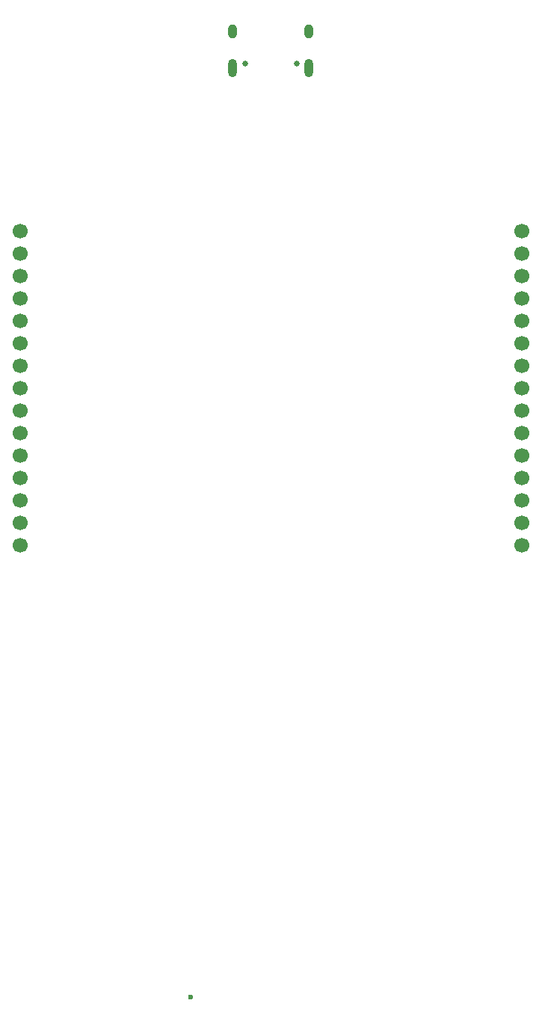
<source format=gbr>
%TF.GenerationSoftware,KiCad,Pcbnew,9.0.6*%
%TF.CreationDate,2026-01-10T23:27:57+00:00*%
%TF.ProjectId,P.P.B.T,502e502e-422e-4542-9e6b-696361645f70,rev?*%
%TF.SameCoordinates,Original*%
%TF.FileFunction,Soldermask,Bot*%
%TF.FilePolarity,Negative*%
%FSLAX46Y46*%
G04 Gerber Fmt 4.6, Leading zero omitted, Abs format (unit mm)*
G04 Created by KiCad (PCBNEW 9.0.6) date 2026-01-10 23:27:57*
%MOMM*%
%LPD*%
G01*
G04 APERTURE LIST*
%ADD10C,1.700000*%
%ADD11C,0.650000*%
%ADD12O,1.000000X2.100000*%
%ADD13O,1.000000X1.600000*%
%ADD14C,0.600000*%
G04 APERTURE END LIST*
D10*
%TO.C,J3*%
X190158004Y-85622915D03*
X190158004Y-83082915D03*
X190158004Y-80542915D03*
X190158004Y-78002915D03*
X190158004Y-75462915D03*
X190158004Y-72922915D03*
X190158004Y-70382915D03*
X190158004Y-67842915D03*
X190158004Y-65302915D03*
X190158004Y-62762915D03*
X190158004Y-60222915D03*
X190158004Y-57682915D03*
X190158004Y-55142915D03*
X190158004Y-52602915D03*
X190158004Y-50062915D03*
%TD*%
D11*
%TO.C,J1*%
X164673004Y-31125286D03*
X158893004Y-31125286D03*
D12*
X166103004Y-31655286D03*
D13*
X166103004Y-27475286D03*
D12*
X157463004Y-31655286D03*
D13*
X157463004Y-27475286D03*
%TD*%
D10*
%TO.C,J2*%
X133408004Y-50065260D03*
X133408004Y-52605260D03*
X133408004Y-55145260D03*
X133408004Y-57685260D03*
X133408004Y-60225260D03*
X133408004Y-62765260D03*
X133408004Y-65305260D03*
X133408004Y-67845260D03*
X133408004Y-70385260D03*
X133408004Y-72925260D03*
X133408004Y-75465260D03*
X133408004Y-78005260D03*
X133408004Y-80545260D03*
X133408004Y-83085260D03*
X133408004Y-85625260D03*
%TD*%
D14*
%TO.C,L1*%
X152679794Y-136775336D03*
%TD*%
M02*

</source>
